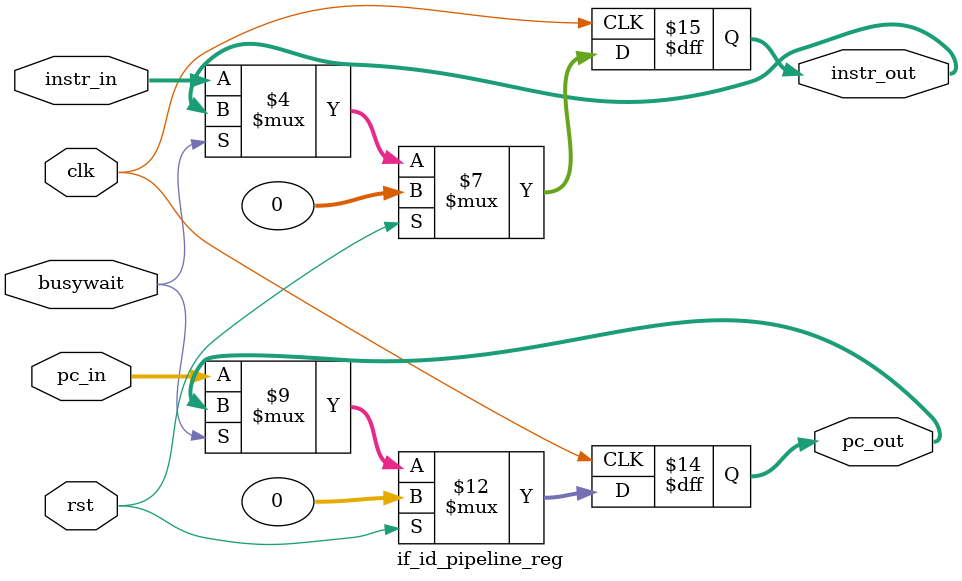
<source format=v>
`timescale 1ns/100ps

module if_id_pipeline_reg(clk, rst, pc_in, pc_out, instr_in, instr_out, busywait);
    input clk, rst;
    input [31:0] pc_in, instr_in;
    input busywait;
    output reg [31:0] pc_out, instr_out;

    always @(posedge clk) begin
        if (rst == 1'b1) begin
            pc_out <= #1 32'd0;
            instr_out <= #1 32'd0;
        end
        else begin
            if (!busywait) begin
                pc_out <= #1 pc_in;
                instr_out <= #1 instr_in;
            end
        end
    end
endmodule
</source>
